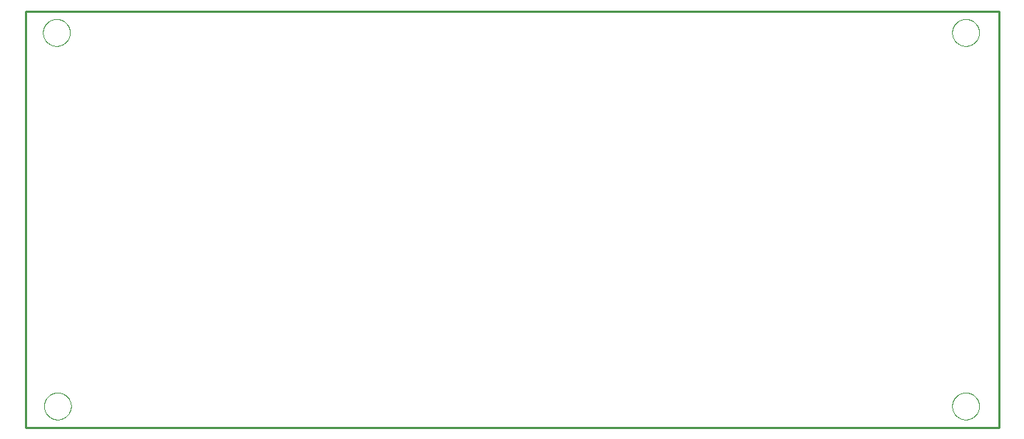
<source format=gtp>
G75*
%MOIN*%
%OFA0B0*%
%FSLAX25Y25*%
%IPPOS*%
%LPD*%
%AMOC8*
5,1,8,0,0,1.08239X$1,22.5*
%
%ADD10C,0.01000*%
%ADD11C,0.00000*%
D10*
X0010350Y0018333D02*
X0010350Y0213333D01*
X0465350Y0213333D01*
X0465350Y0018333D01*
X0010350Y0018333D01*
D11*
X0019051Y0028333D02*
X0019053Y0028491D01*
X0019059Y0028649D01*
X0019069Y0028807D01*
X0019083Y0028965D01*
X0019101Y0029122D01*
X0019122Y0029279D01*
X0019148Y0029435D01*
X0019178Y0029591D01*
X0019211Y0029746D01*
X0019249Y0029899D01*
X0019290Y0030052D01*
X0019335Y0030204D01*
X0019384Y0030355D01*
X0019437Y0030504D01*
X0019493Y0030652D01*
X0019553Y0030798D01*
X0019617Y0030943D01*
X0019685Y0031086D01*
X0019756Y0031228D01*
X0019830Y0031368D01*
X0019908Y0031505D01*
X0019990Y0031641D01*
X0020074Y0031775D01*
X0020163Y0031906D01*
X0020254Y0032035D01*
X0020349Y0032162D01*
X0020446Y0032287D01*
X0020547Y0032409D01*
X0020651Y0032528D01*
X0020758Y0032645D01*
X0020868Y0032759D01*
X0020981Y0032870D01*
X0021096Y0032979D01*
X0021214Y0033084D01*
X0021335Y0033186D01*
X0021458Y0033286D01*
X0021584Y0033382D01*
X0021712Y0033475D01*
X0021842Y0033565D01*
X0021975Y0033651D01*
X0022110Y0033735D01*
X0022246Y0033814D01*
X0022385Y0033891D01*
X0022526Y0033963D01*
X0022668Y0034033D01*
X0022812Y0034098D01*
X0022958Y0034160D01*
X0023105Y0034218D01*
X0023254Y0034273D01*
X0023404Y0034324D01*
X0023555Y0034371D01*
X0023707Y0034414D01*
X0023860Y0034453D01*
X0024015Y0034489D01*
X0024170Y0034520D01*
X0024326Y0034548D01*
X0024482Y0034572D01*
X0024639Y0034592D01*
X0024797Y0034608D01*
X0024954Y0034620D01*
X0025113Y0034628D01*
X0025271Y0034632D01*
X0025429Y0034632D01*
X0025587Y0034628D01*
X0025746Y0034620D01*
X0025903Y0034608D01*
X0026061Y0034592D01*
X0026218Y0034572D01*
X0026374Y0034548D01*
X0026530Y0034520D01*
X0026685Y0034489D01*
X0026840Y0034453D01*
X0026993Y0034414D01*
X0027145Y0034371D01*
X0027296Y0034324D01*
X0027446Y0034273D01*
X0027595Y0034218D01*
X0027742Y0034160D01*
X0027888Y0034098D01*
X0028032Y0034033D01*
X0028174Y0033963D01*
X0028315Y0033891D01*
X0028454Y0033814D01*
X0028590Y0033735D01*
X0028725Y0033651D01*
X0028858Y0033565D01*
X0028988Y0033475D01*
X0029116Y0033382D01*
X0029242Y0033286D01*
X0029365Y0033186D01*
X0029486Y0033084D01*
X0029604Y0032979D01*
X0029719Y0032870D01*
X0029832Y0032759D01*
X0029942Y0032645D01*
X0030049Y0032528D01*
X0030153Y0032409D01*
X0030254Y0032287D01*
X0030351Y0032162D01*
X0030446Y0032035D01*
X0030537Y0031906D01*
X0030626Y0031775D01*
X0030710Y0031641D01*
X0030792Y0031505D01*
X0030870Y0031368D01*
X0030944Y0031228D01*
X0031015Y0031086D01*
X0031083Y0030943D01*
X0031147Y0030798D01*
X0031207Y0030652D01*
X0031263Y0030504D01*
X0031316Y0030355D01*
X0031365Y0030204D01*
X0031410Y0030052D01*
X0031451Y0029899D01*
X0031489Y0029746D01*
X0031522Y0029591D01*
X0031552Y0029435D01*
X0031578Y0029279D01*
X0031599Y0029122D01*
X0031617Y0028965D01*
X0031631Y0028807D01*
X0031641Y0028649D01*
X0031647Y0028491D01*
X0031649Y0028333D01*
X0031647Y0028175D01*
X0031641Y0028017D01*
X0031631Y0027859D01*
X0031617Y0027701D01*
X0031599Y0027544D01*
X0031578Y0027387D01*
X0031552Y0027231D01*
X0031522Y0027075D01*
X0031489Y0026920D01*
X0031451Y0026767D01*
X0031410Y0026614D01*
X0031365Y0026462D01*
X0031316Y0026311D01*
X0031263Y0026162D01*
X0031207Y0026014D01*
X0031147Y0025868D01*
X0031083Y0025723D01*
X0031015Y0025580D01*
X0030944Y0025438D01*
X0030870Y0025298D01*
X0030792Y0025161D01*
X0030710Y0025025D01*
X0030626Y0024891D01*
X0030537Y0024760D01*
X0030446Y0024631D01*
X0030351Y0024504D01*
X0030254Y0024379D01*
X0030153Y0024257D01*
X0030049Y0024138D01*
X0029942Y0024021D01*
X0029832Y0023907D01*
X0029719Y0023796D01*
X0029604Y0023687D01*
X0029486Y0023582D01*
X0029365Y0023480D01*
X0029242Y0023380D01*
X0029116Y0023284D01*
X0028988Y0023191D01*
X0028858Y0023101D01*
X0028725Y0023015D01*
X0028590Y0022931D01*
X0028454Y0022852D01*
X0028315Y0022775D01*
X0028174Y0022703D01*
X0028032Y0022633D01*
X0027888Y0022568D01*
X0027742Y0022506D01*
X0027595Y0022448D01*
X0027446Y0022393D01*
X0027296Y0022342D01*
X0027145Y0022295D01*
X0026993Y0022252D01*
X0026840Y0022213D01*
X0026685Y0022177D01*
X0026530Y0022146D01*
X0026374Y0022118D01*
X0026218Y0022094D01*
X0026061Y0022074D01*
X0025903Y0022058D01*
X0025746Y0022046D01*
X0025587Y0022038D01*
X0025429Y0022034D01*
X0025271Y0022034D01*
X0025113Y0022038D01*
X0024954Y0022046D01*
X0024797Y0022058D01*
X0024639Y0022074D01*
X0024482Y0022094D01*
X0024326Y0022118D01*
X0024170Y0022146D01*
X0024015Y0022177D01*
X0023860Y0022213D01*
X0023707Y0022252D01*
X0023555Y0022295D01*
X0023404Y0022342D01*
X0023254Y0022393D01*
X0023105Y0022448D01*
X0022958Y0022506D01*
X0022812Y0022568D01*
X0022668Y0022633D01*
X0022526Y0022703D01*
X0022385Y0022775D01*
X0022246Y0022852D01*
X0022110Y0022931D01*
X0021975Y0023015D01*
X0021842Y0023101D01*
X0021712Y0023191D01*
X0021584Y0023284D01*
X0021458Y0023380D01*
X0021335Y0023480D01*
X0021214Y0023582D01*
X0021096Y0023687D01*
X0020981Y0023796D01*
X0020868Y0023907D01*
X0020758Y0024021D01*
X0020651Y0024138D01*
X0020547Y0024257D01*
X0020446Y0024379D01*
X0020349Y0024504D01*
X0020254Y0024631D01*
X0020163Y0024760D01*
X0020074Y0024891D01*
X0019990Y0025025D01*
X0019908Y0025161D01*
X0019830Y0025298D01*
X0019756Y0025438D01*
X0019685Y0025580D01*
X0019617Y0025723D01*
X0019553Y0025868D01*
X0019493Y0026014D01*
X0019437Y0026162D01*
X0019384Y0026311D01*
X0019335Y0026462D01*
X0019290Y0026614D01*
X0019249Y0026767D01*
X0019211Y0026920D01*
X0019178Y0027075D01*
X0019148Y0027231D01*
X0019122Y0027387D01*
X0019101Y0027544D01*
X0019083Y0027701D01*
X0019069Y0027859D01*
X0019059Y0028017D01*
X0019053Y0028175D01*
X0019051Y0028333D01*
X0018551Y0203333D02*
X0018553Y0203491D01*
X0018559Y0203649D01*
X0018569Y0203807D01*
X0018583Y0203965D01*
X0018601Y0204122D01*
X0018622Y0204279D01*
X0018648Y0204435D01*
X0018678Y0204591D01*
X0018711Y0204746D01*
X0018749Y0204899D01*
X0018790Y0205052D01*
X0018835Y0205204D01*
X0018884Y0205355D01*
X0018937Y0205504D01*
X0018993Y0205652D01*
X0019053Y0205798D01*
X0019117Y0205943D01*
X0019185Y0206086D01*
X0019256Y0206228D01*
X0019330Y0206368D01*
X0019408Y0206505D01*
X0019490Y0206641D01*
X0019574Y0206775D01*
X0019663Y0206906D01*
X0019754Y0207035D01*
X0019849Y0207162D01*
X0019946Y0207287D01*
X0020047Y0207409D01*
X0020151Y0207528D01*
X0020258Y0207645D01*
X0020368Y0207759D01*
X0020481Y0207870D01*
X0020596Y0207979D01*
X0020714Y0208084D01*
X0020835Y0208186D01*
X0020958Y0208286D01*
X0021084Y0208382D01*
X0021212Y0208475D01*
X0021342Y0208565D01*
X0021475Y0208651D01*
X0021610Y0208735D01*
X0021746Y0208814D01*
X0021885Y0208891D01*
X0022026Y0208963D01*
X0022168Y0209033D01*
X0022312Y0209098D01*
X0022458Y0209160D01*
X0022605Y0209218D01*
X0022754Y0209273D01*
X0022904Y0209324D01*
X0023055Y0209371D01*
X0023207Y0209414D01*
X0023360Y0209453D01*
X0023515Y0209489D01*
X0023670Y0209520D01*
X0023826Y0209548D01*
X0023982Y0209572D01*
X0024139Y0209592D01*
X0024297Y0209608D01*
X0024454Y0209620D01*
X0024613Y0209628D01*
X0024771Y0209632D01*
X0024929Y0209632D01*
X0025087Y0209628D01*
X0025246Y0209620D01*
X0025403Y0209608D01*
X0025561Y0209592D01*
X0025718Y0209572D01*
X0025874Y0209548D01*
X0026030Y0209520D01*
X0026185Y0209489D01*
X0026340Y0209453D01*
X0026493Y0209414D01*
X0026645Y0209371D01*
X0026796Y0209324D01*
X0026946Y0209273D01*
X0027095Y0209218D01*
X0027242Y0209160D01*
X0027388Y0209098D01*
X0027532Y0209033D01*
X0027674Y0208963D01*
X0027815Y0208891D01*
X0027954Y0208814D01*
X0028090Y0208735D01*
X0028225Y0208651D01*
X0028358Y0208565D01*
X0028488Y0208475D01*
X0028616Y0208382D01*
X0028742Y0208286D01*
X0028865Y0208186D01*
X0028986Y0208084D01*
X0029104Y0207979D01*
X0029219Y0207870D01*
X0029332Y0207759D01*
X0029442Y0207645D01*
X0029549Y0207528D01*
X0029653Y0207409D01*
X0029754Y0207287D01*
X0029851Y0207162D01*
X0029946Y0207035D01*
X0030037Y0206906D01*
X0030126Y0206775D01*
X0030210Y0206641D01*
X0030292Y0206505D01*
X0030370Y0206368D01*
X0030444Y0206228D01*
X0030515Y0206086D01*
X0030583Y0205943D01*
X0030647Y0205798D01*
X0030707Y0205652D01*
X0030763Y0205504D01*
X0030816Y0205355D01*
X0030865Y0205204D01*
X0030910Y0205052D01*
X0030951Y0204899D01*
X0030989Y0204746D01*
X0031022Y0204591D01*
X0031052Y0204435D01*
X0031078Y0204279D01*
X0031099Y0204122D01*
X0031117Y0203965D01*
X0031131Y0203807D01*
X0031141Y0203649D01*
X0031147Y0203491D01*
X0031149Y0203333D01*
X0031147Y0203175D01*
X0031141Y0203017D01*
X0031131Y0202859D01*
X0031117Y0202701D01*
X0031099Y0202544D01*
X0031078Y0202387D01*
X0031052Y0202231D01*
X0031022Y0202075D01*
X0030989Y0201920D01*
X0030951Y0201767D01*
X0030910Y0201614D01*
X0030865Y0201462D01*
X0030816Y0201311D01*
X0030763Y0201162D01*
X0030707Y0201014D01*
X0030647Y0200868D01*
X0030583Y0200723D01*
X0030515Y0200580D01*
X0030444Y0200438D01*
X0030370Y0200298D01*
X0030292Y0200161D01*
X0030210Y0200025D01*
X0030126Y0199891D01*
X0030037Y0199760D01*
X0029946Y0199631D01*
X0029851Y0199504D01*
X0029754Y0199379D01*
X0029653Y0199257D01*
X0029549Y0199138D01*
X0029442Y0199021D01*
X0029332Y0198907D01*
X0029219Y0198796D01*
X0029104Y0198687D01*
X0028986Y0198582D01*
X0028865Y0198480D01*
X0028742Y0198380D01*
X0028616Y0198284D01*
X0028488Y0198191D01*
X0028358Y0198101D01*
X0028225Y0198015D01*
X0028090Y0197931D01*
X0027954Y0197852D01*
X0027815Y0197775D01*
X0027674Y0197703D01*
X0027532Y0197633D01*
X0027388Y0197568D01*
X0027242Y0197506D01*
X0027095Y0197448D01*
X0026946Y0197393D01*
X0026796Y0197342D01*
X0026645Y0197295D01*
X0026493Y0197252D01*
X0026340Y0197213D01*
X0026185Y0197177D01*
X0026030Y0197146D01*
X0025874Y0197118D01*
X0025718Y0197094D01*
X0025561Y0197074D01*
X0025403Y0197058D01*
X0025246Y0197046D01*
X0025087Y0197038D01*
X0024929Y0197034D01*
X0024771Y0197034D01*
X0024613Y0197038D01*
X0024454Y0197046D01*
X0024297Y0197058D01*
X0024139Y0197074D01*
X0023982Y0197094D01*
X0023826Y0197118D01*
X0023670Y0197146D01*
X0023515Y0197177D01*
X0023360Y0197213D01*
X0023207Y0197252D01*
X0023055Y0197295D01*
X0022904Y0197342D01*
X0022754Y0197393D01*
X0022605Y0197448D01*
X0022458Y0197506D01*
X0022312Y0197568D01*
X0022168Y0197633D01*
X0022026Y0197703D01*
X0021885Y0197775D01*
X0021746Y0197852D01*
X0021610Y0197931D01*
X0021475Y0198015D01*
X0021342Y0198101D01*
X0021212Y0198191D01*
X0021084Y0198284D01*
X0020958Y0198380D01*
X0020835Y0198480D01*
X0020714Y0198582D01*
X0020596Y0198687D01*
X0020481Y0198796D01*
X0020368Y0198907D01*
X0020258Y0199021D01*
X0020151Y0199138D01*
X0020047Y0199257D01*
X0019946Y0199379D01*
X0019849Y0199504D01*
X0019754Y0199631D01*
X0019663Y0199760D01*
X0019574Y0199891D01*
X0019490Y0200025D01*
X0019408Y0200161D01*
X0019330Y0200298D01*
X0019256Y0200438D01*
X0019185Y0200580D01*
X0019117Y0200723D01*
X0019053Y0200868D01*
X0018993Y0201014D01*
X0018937Y0201162D01*
X0018884Y0201311D01*
X0018835Y0201462D01*
X0018790Y0201614D01*
X0018749Y0201767D01*
X0018711Y0201920D01*
X0018678Y0202075D01*
X0018648Y0202231D01*
X0018622Y0202387D01*
X0018601Y0202544D01*
X0018583Y0202701D01*
X0018569Y0202859D01*
X0018559Y0203017D01*
X0018553Y0203175D01*
X0018551Y0203333D01*
X0443551Y0203333D02*
X0443553Y0203491D01*
X0443559Y0203649D01*
X0443569Y0203807D01*
X0443583Y0203965D01*
X0443601Y0204122D01*
X0443622Y0204279D01*
X0443648Y0204435D01*
X0443678Y0204591D01*
X0443711Y0204746D01*
X0443749Y0204899D01*
X0443790Y0205052D01*
X0443835Y0205204D01*
X0443884Y0205355D01*
X0443937Y0205504D01*
X0443993Y0205652D01*
X0444053Y0205798D01*
X0444117Y0205943D01*
X0444185Y0206086D01*
X0444256Y0206228D01*
X0444330Y0206368D01*
X0444408Y0206505D01*
X0444490Y0206641D01*
X0444574Y0206775D01*
X0444663Y0206906D01*
X0444754Y0207035D01*
X0444849Y0207162D01*
X0444946Y0207287D01*
X0445047Y0207409D01*
X0445151Y0207528D01*
X0445258Y0207645D01*
X0445368Y0207759D01*
X0445481Y0207870D01*
X0445596Y0207979D01*
X0445714Y0208084D01*
X0445835Y0208186D01*
X0445958Y0208286D01*
X0446084Y0208382D01*
X0446212Y0208475D01*
X0446342Y0208565D01*
X0446475Y0208651D01*
X0446610Y0208735D01*
X0446746Y0208814D01*
X0446885Y0208891D01*
X0447026Y0208963D01*
X0447168Y0209033D01*
X0447312Y0209098D01*
X0447458Y0209160D01*
X0447605Y0209218D01*
X0447754Y0209273D01*
X0447904Y0209324D01*
X0448055Y0209371D01*
X0448207Y0209414D01*
X0448360Y0209453D01*
X0448515Y0209489D01*
X0448670Y0209520D01*
X0448826Y0209548D01*
X0448982Y0209572D01*
X0449139Y0209592D01*
X0449297Y0209608D01*
X0449454Y0209620D01*
X0449613Y0209628D01*
X0449771Y0209632D01*
X0449929Y0209632D01*
X0450087Y0209628D01*
X0450246Y0209620D01*
X0450403Y0209608D01*
X0450561Y0209592D01*
X0450718Y0209572D01*
X0450874Y0209548D01*
X0451030Y0209520D01*
X0451185Y0209489D01*
X0451340Y0209453D01*
X0451493Y0209414D01*
X0451645Y0209371D01*
X0451796Y0209324D01*
X0451946Y0209273D01*
X0452095Y0209218D01*
X0452242Y0209160D01*
X0452388Y0209098D01*
X0452532Y0209033D01*
X0452674Y0208963D01*
X0452815Y0208891D01*
X0452954Y0208814D01*
X0453090Y0208735D01*
X0453225Y0208651D01*
X0453358Y0208565D01*
X0453488Y0208475D01*
X0453616Y0208382D01*
X0453742Y0208286D01*
X0453865Y0208186D01*
X0453986Y0208084D01*
X0454104Y0207979D01*
X0454219Y0207870D01*
X0454332Y0207759D01*
X0454442Y0207645D01*
X0454549Y0207528D01*
X0454653Y0207409D01*
X0454754Y0207287D01*
X0454851Y0207162D01*
X0454946Y0207035D01*
X0455037Y0206906D01*
X0455126Y0206775D01*
X0455210Y0206641D01*
X0455292Y0206505D01*
X0455370Y0206368D01*
X0455444Y0206228D01*
X0455515Y0206086D01*
X0455583Y0205943D01*
X0455647Y0205798D01*
X0455707Y0205652D01*
X0455763Y0205504D01*
X0455816Y0205355D01*
X0455865Y0205204D01*
X0455910Y0205052D01*
X0455951Y0204899D01*
X0455989Y0204746D01*
X0456022Y0204591D01*
X0456052Y0204435D01*
X0456078Y0204279D01*
X0456099Y0204122D01*
X0456117Y0203965D01*
X0456131Y0203807D01*
X0456141Y0203649D01*
X0456147Y0203491D01*
X0456149Y0203333D01*
X0456147Y0203175D01*
X0456141Y0203017D01*
X0456131Y0202859D01*
X0456117Y0202701D01*
X0456099Y0202544D01*
X0456078Y0202387D01*
X0456052Y0202231D01*
X0456022Y0202075D01*
X0455989Y0201920D01*
X0455951Y0201767D01*
X0455910Y0201614D01*
X0455865Y0201462D01*
X0455816Y0201311D01*
X0455763Y0201162D01*
X0455707Y0201014D01*
X0455647Y0200868D01*
X0455583Y0200723D01*
X0455515Y0200580D01*
X0455444Y0200438D01*
X0455370Y0200298D01*
X0455292Y0200161D01*
X0455210Y0200025D01*
X0455126Y0199891D01*
X0455037Y0199760D01*
X0454946Y0199631D01*
X0454851Y0199504D01*
X0454754Y0199379D01*
X0454653Y0199257D01*
X0454549Y0199138D01*
X0454442Y0199021D01*
X0454332Y0198907D01*
X0454219Y0198796D01*
X0454104Y0198687D01*
X0453986Y0198582D01*
X0453865Y0198480D01*
X0453742Y0198380D01*
X0453616Y0198284D01*
X0453488Y0198191D01*
X0453358Y0198101D01*
X0453225Y0198015D01*
X0453090Y0197931D01*
X0452954Y0197852D01*
X0452815Y0197775D01*
X0452674Y0197703D01*
X0452532Y0197633D01*
X0452388Y0197568D01*
X0452242Y0197506D01*
X0452095Y0197448D01*
X0451946Y0197393D01*
X0451796Y0197342D01*
X0451645Y0197295D01*
X0451493Y0197252D01*
X0451340Y0197213D01*
X0451185Y0197177D01*
X0451030Y0197146D01*
X0450874Y0197118D01*
X0450718Y0197094D01*
X0450561Y0197074D01*
X0450403Y0197058D01*
X0450246Y0197046D01*
X0450087Y0197038D01*
X0449929Y0197034D01*
X0449771Y0197034D01*
X0449613Y0197038D01*
X0449454Y0197046D01*
X0449297Y0197058D01*
X0449139Y0197074D01*
X0448982Y0197094D01*
X0448826Y0197118D01*
X0448670Y0197146D01*
X0448515Y0197177D01*
X0448360Y0197213D01*
X0448207Y0197252D01*
X0448055Y0197295D01*
X0447904Y0197342D01*
X0447754Y0197393D01*
X0447605Y0197448D01*
X0447458Y0197506D01*
X0447312Y0197568D01*
X0447168Y0197633D01*
X0447026Y0197703D01*
X0446885Y0197775D01*
X0446746Y0197852D01*
X0446610Y0197931D01*
X0446475Y0198015D01*
X0446342Y0198101D01*
X0446212Y0198191D01*
X0446084Y0198284D01*
X0445958Y0198380D01*
X0445835Y0198480D01*
X0445714Y0198582D01*
X0445596Y0198687D01*
X0445481Y0198796D01*
X0445368Y0198907D01*
X0445258Y0199021D01*
X0445151Y0199138D01*
X0445047Y0199257D01*
X0444946Y0199379D01*
X0444849Y0199504D01*
X0444754Y0199631D01*
X0444663Y0199760D01*
X0444574Y0199891D01*
X0444490Y0200025D01*
X0444408Y0200161D01*
X0444330Y0200298D01*
X0444256Y0200438D01*
X0444185Y0200580D01*
X0444117Y0200723D01*
X0444053Y0200868D01*
X0443993Y0201014D01*
X0443937Y0201162D01*
X0443884Y0201311D01*
X0443835Y0201462D01*
X0443790Y0201614D01*
X0443749Y0201767D01*
X0443711Y0201920D01*
X0443678Y0202075D01*
X0443648Y0202231D01*
X0443622Y0202387D01*
X0443601Y0202544D01*
X0443583Y0202701D01*
X0443569Y0202859D01*
X0443559Y0203017D01*
X0443553Y0203175D01*
X0443551Y0203333D01*
X0443551Y0028333D02*
X0443553Y0028491D01*
X0443559Y0028649D01*
X0443569Y0028807D01*
X0443583Y0028965D01*
X0443601Y0029122D01*
X0443622Y0029279D01*
X0443648Y0029435D01*
X0443678Y0029591D01*
X0443711Y0029746D01*
X0443749Y0029899D01*
X0443790Y0030052D01*
X0443835Y0030204D01*
X0443884Y0030355D01*
X0443937Y0030504D01*
X0443993Y0030652D01*
X0444053Y0030798D01*
X0444117Y0030943D01*
X0444185Y0031086D01*
X0444256Y0031228D01*
X0444330Y0031368D01*
X0444408Y0031505D01*
X0444490Y0031641D01*
X0444574Y0031775D01*
X0444663Y0031906D01*
X0444754Y0032035D01*
X0444849Y0032162D01*
X0444946Y0032287D01*
X0445047Y0032409D01*
X0445151Y0032528D01*
X0445258Y0032645D01*
X0445368Y0032759D01*
X0445481Y0032870D01*
X0445596Y0032979D01*
X0445714Y0033084D01*
X0445835Y0033186D01*
X0445958Y0033286D01*
X0446084Y0033382D01*
X0446212Y0033475D01*
X0446342Y0033565D01*
X0446475Y0033651D01*
X0446610Y0033735D01*
X0446746Y0033814D01*
X0446885Y0033891D01*
X0447026Y0033963D01*
X0447168Y0034033D01*
X0447312Y0034098D01*
X0447458Y0034160D01*
X0447605Y0034218D01*
X0447754Y0034273D01*
X0447904Y0034324D01*
X0448055Y0034371D01*
X0448207Y0034414D01*
X0448360Y0034453D01*
X0448515Y0034489D01*
X0448670Y0034520D01*
X0448826Y0034548D01*
X0448982Y0034572D01*
X0449139Y0034592D01*
X0449297Y0034608D01*
X0449454Y0034620D01*
X0449613Y0034628D01*
X0449771Y0034632D01*
X0449929Y0034632D01*
X0450087Y0034628D01*
X0450246Y0034620D01*
X0450403Y0034608D01*
X0450561Y0034592D01*
X0450718Y0034572D01*
X0450874Y0034548D01*
X0451030Y0034520D01*
X0451185Y0034489D01*
X0451340Y0034453D01*
X0451493Y0034414D01*
X0451645Y0034371D01*
X0451796Y0034324D01*
X0451946Y0034273D01*
X0452095Y0034218D01*
X0452242Y0034160D01*
X0452388Y0034098D01*
X0452532Y0034033D01*
X0452674Y0033963D01*
X0452815Y0033891D01*
X0452954Y0033814D01*
X0453090Y0033735D01*
X0453225Y0033651D01*
X0453358Y0033565D01*
X0453488Y0033475D01*
X0453616Y0033382D01*
X0453742Y0033286D01*
X0453865Y0033186D01*
X0453986Y0033084D01*
X0454104Y0032979D01*
X0454219Y0032870D01*
X0454332Y0032759D01*
X0454442Y0032645D01*
X0454549Y0032528D01*
X0454653Y0032409D01*
X0454754Y0032287D01*
X0454851Y0032162D01*
X0454946Y0032035D01*
X0455037Y0031906D01*
X0455126Y0031775D01*
X0455210Y0031641D01*
X0455292Y0031505D01*
X0455370Y0031368D01*
X0455444Y0031228D01*
X0455515Y0031086D01*
X0455583Y0030943D01*
X0455647Y0030798D01*
X0455707Y0030652D01*
X0455763Y0030504D01*
X0455816Y0030355D01*
X0455865Y0030204D01*
X0455910Y0030052D01*
X0455951Y0029899D01*
X0455989Y0029746D01*
X0456022Y0029591D01*
X0456052Y0029435D01*
X0456078Y0029279D01*
X0456099Y0029122D01*
X0456117Y0028965D01*
X0456131Y0028807D01*
X0456141Y0028649D01*
X0456147Y0028491D01*
X0456149Y0028333D01*
X0456147Y0028175D01*
X0456141Y0028017D01*
X0456131Y0027859D01*
X0456117Y0027701D01*
X0456099Y0027544D01*
X0456078Y0027387D01*
X0456052Y0027231D01*
X0456022Y0027075D01*
X0455989Y0026920D01*
X0455951Y0026767D01*
X0455910Y0026614D01*
X0455865Y0026462D01*
X0455816Y0026311D01*
X0455763Y0026162D01*
X0455707Y0026014D01*
X0455647Y0025868D01*
X0455583Y0025723D01*
X0455515Y0025580D01*
X0455444Y0025438D01*
X0455370Y0025298D01*
X0455292Y0025161D01*
X0455210Y0025025D01*
X0455126Y0024891D01*
X0455037Y0024760D01*
X0454946Y0024631D01*
X0454851Y0024504D01*
X0454754Y0024379D01*
X0454653Y0024257D01*
X0454549Y0024138D01*
X0454442Y0024021D01*
X0454332Y0023907D01*
X0454219Y0023796D01*
X0454104Y0023687D01*
X0453986Y0023582D01*
X0453865Y0023480D01*
X0453742Y0023380D01*
X0453616Y0023284D01*
X0453488Y0023191D01*
X0453358Y0023101D01*
X0453225Y0023015D01*
X0453090Y0022931D01*
X0452954Y0022852D01*
X0452815Y0022775D01*
X0452674Y0022703D01*
X0452532Y0022633D01*
X0452388Y0022568D01*
X0452242Y0022506D01*
X0452095Y0022448D01*
X0451946Y0022393D01*
X0451796Y0022342D01*
X0451645Y0022295D01*
X0451493Y0022252D01*
X0451340Y0022213D01*
X0451185Y0022177D01*
X0451030Y0022146D01*
X0450874Y0022118D01*
X0450718Y0022094D01*
X0450561Y0022074D01*
X0450403Y0022058D01*
X0450246Y0022046D01*
X0450087Y0022038D01*
X0449929Y0022034D01*
X0449771Y0022034D01*
X0449613Y0022038D01*
X0449454Y0022046D01*
X0449297Y0022058D01*
X0449139Y0022074D01*
X0448982Y0022094D01*
X0448826Y0022118D01*
X0448670Y0022146D01*
X0448515Y0022177D01*
X0448360Y0022213D01*
X0448207Y0022252D01*
X0448055Y0022295D01*
X0447904Y0022342D01*
X0447754Y0022393D01*
X0447605Y0022448D01*
X0447458Y0022506D01*
X0447312Y0022568D01*
X0447168Y0022633D01*
X0447026Y0022703D01*
X0446885Y0022775D01*
X0446746Y0022852D01*
X0446610Y0022931D01*
X0446475Y0023015D01*
X0446342Y0023101D01*
X0446212Y0023191D01*
X0446084Y0023284D01*
X0445958Y0023380D01*
X0445835Y0023480D01*
X0445714Y0023582D01*
X0445596Y0023687D01*
X0445481Y0023796D01*
X0445368Y0023907D01*
X0445258Y0024021D01*
X0445151Y0024138D01*
X0445047Y0024257D01*
X0444946Y0024379D01*
X0444849Y0024504D01*
X0444754Y0024631D01*
X0444663Y0024760D01*
X0444574Y0024891D01*
X0444490Y0025025D01*
X0444408Y0025161D01*
X0444330Y0025298D01*
X0444256Y0025438D01*
X0444185Y0025580D01*
X0444117Y0025723D01*
X0444053Y0025868D01*
X0443993Y0026014D01*
X0443937Y0026162D01*
X0443884Y0026311D01*
X0443835Y0026462D01*
X0443790Y0026614D01*
X0443749Y0026767D01*
X0443711Y0026920D01*
X0443678Y0027075D01*
X0443648Y0027231D01*
X0443622Y0027387D01*
X0443601Y0027544D01*
X0443583Y0027701D01*
X0443569Y0027859D01*
X0443559Y0028017D01*
X0443553Y0028175D01*
X0443551Y0028333D01*
M02*

</source>
